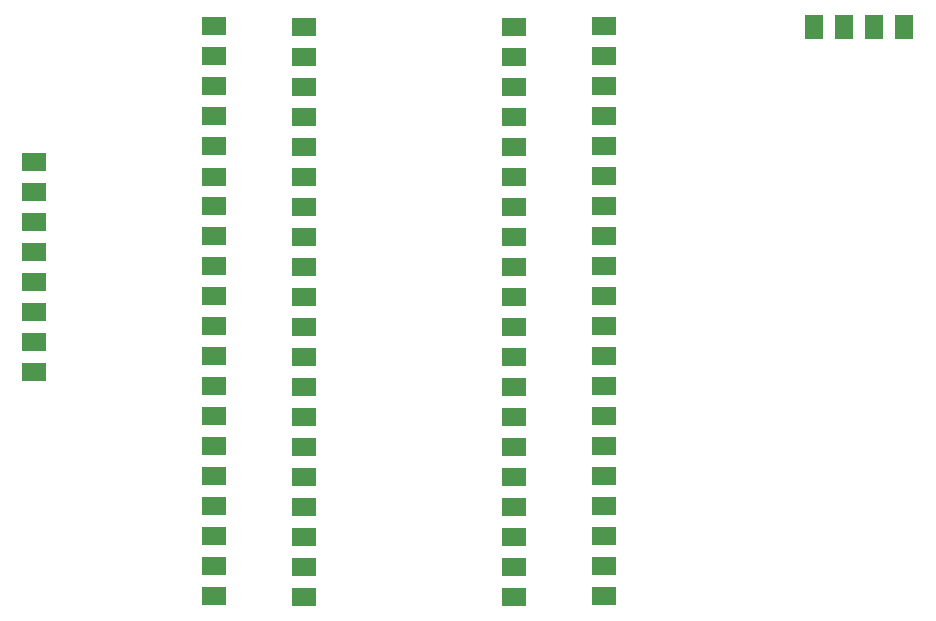
<source format=gbr>
G04 DesignSpark PCB Gerber Version 11.0 Build 5877*
%FSLAX35Y35*%
%MOIN*%
%ADD29R,0.06100X0.08100*%
%ADD28R,0.08100X0.06100*%
X0Y0D02*
D02*
D28*
X45250Y105250D03*
Y115250D03*
Y125250D03*
Y135250D03*
Y145250D03*
Y155250D03*
Y165250D03*
Y175250D03*
X105250Y30750D03*
Y40750D03*
Y50750D03*
Y60750D03*
Y70750D03*
Y80750D03*
Y90750D03*
Y100750D03*
Y110750D03*
Y120750D03*
Y130750D03*
Y140750D03*
Y150750D03*
Y160750D03*
Y170250D03*
Y180750D03*
Y190750D03*
Y200750D03*
Y210750D03*
Y220750D03*
X135250Y30250D03*
Y40250D03*
Y50250D03*
Y60250D03*
Y70250D03*
Y80250D03*
Y90250D03*
Y100250D03*
Y110250D03*
Y120250D03*
Y130250D03*
Y140250D03*
Y150250D03*
Y160250D03*
Y170250D03*
Y180250D03*
Y190250D03*
Y200250D03*
Y210250D03*
Y220250D03*
X205250Y30250D03*
Y40250D03*
Y50250D03*
Y60250D03*
Y70250D03*
Y80250D03*
Y90250D03*
Y100250D03*
Y110250D03*
Y120250D03*
Y130250D03*
Y140250D03*
Y150250D03*
Y160250D03*
Y170250D03*
Y180250D03*
Y190250D03*
Y200250D03*
Y210250D03*
Y220250D03*
X235250Y30750D03*
Y40750D03*
Y50750D03*
Y60750D03*
Y70750D03*
Y80750D03*
Y90750D03*
Y100750D03*
Y110750D03*
Y120750D03*
Y130750D03*
Y140750D03*
Y150750D03*
Y160750D03*
Y170750D03*
Y180750D03*
Y190750D03*
Y200750D03*
Y210750D03*
Y220750D03*
D02*
D29*
X305250Y220250D03*
X315250D03*
X325250D03*
X335250D03*
X0Y0D02*
M02*

</source>
